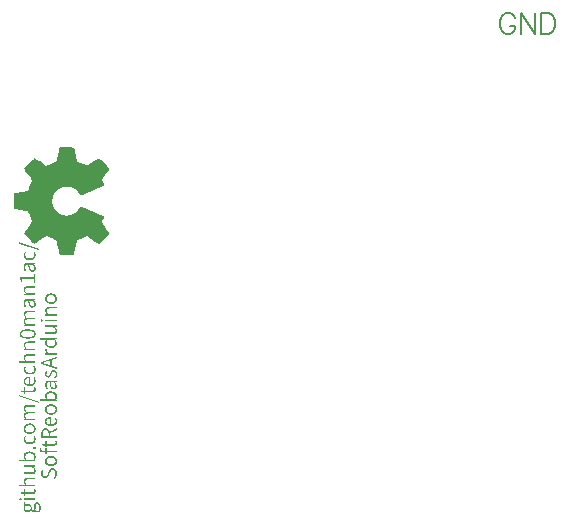
<source format=gto>
G04 Layer: TopSilkscreenLayer*
G04 EasyEDA v6.5.34, 2023-08-04 19:03:51*
G04 bd8073a519a84a03b3240daa2bee514a,ed70181f279245e6aff80281ee7dc86a,10*
G04 Gerber Generator version 0.2*
G04 Scale: 100 percent, Rotated: No, Reflected: No *
G04 Dimensions in millimeters *
G04 leading zeros omitted , absolute positions ,4 integer and 5 decimal *
%FSLAX45Y45*%
%MOMM*%

%ADD10C,0.2032*%

%LPD*%
G36*
X7572400Y3236315D02*
G01*
X7550454Y3236214D01*
X7536281Y3235807D01*
X7531557Y3235452D01*
X7528102Y3234893D01*
X7525715Y3234232D01*
X7524140Y3233318D01*
X7523175Y3232251D01*
X7522209Y3229305D01*
X7518400Y3209391D01*
X7511542Y3171494D01*
X7504633Y3134868D01*
X7502144Y3123184D01*
X7500823Y3118154D01*
X7496911Y3115716D01*
X7487462Y3111042D01*
X7473899Y3104743D01*
X7415936Y3079546D01*
X7361580Y3117138D01*
X7337704Y3132886D01*
X7328001Y3138830D01*
X7320483Y3143148D01*
X7315708Y3145485D01*
X7314488Y3145790D01*
X7312964Y3145180D01*
X7307072Y3140862D01*
X7298131Y3133039D01*
X7287056Y3122726D01*
X7274712Y3110788D01*
X7262164Y3098241D01*
X7250226Y3085947D01*
X7239914Y3074873D01*
X7232091Y3065932D01*
X7227722Y3060039D01*
X7227163Y3058515D01*
X7227620Y3057042D01*
X7231227Y3050336D01*
X7237679Y3039872D01*
X7246213Y3026816D01*
X7282281Y2973527D01*
X7294727Y2954528D01*
X7280300Y2917190D01*
X7269225Y2890570D01*
X7264755Y2880614D01*
X7260894Y2872994D01*
X7259066Y2871622D01*
X7255103Y2870200D01*
X7247483Y2868320D01*
X7215174Y2862021D01*
X7187438Y2856941D01*
X7171080Y2853690D01*
X7157059Y2850540D01*
X7146798Y2847746D01*
X7143597Y2846628D01*
X7141870Y2845765D01*
X7141057Y2844800D01*
X7139787Y2841294D01*
X7139228Y2838551D01*
X7138466Y2830626D01*
X7137958Y2818993D01*
X7137653Y2802940D01*
X7137552Y2781858D01*
X7137755Y2758287D01*
X7138314Y2738780D01*
X7139076Y2725369D01*
X7139533Y2721559D01*
X7139990Y2719984D01*
X7144969Y2718663D01*
X7156653Y2716072D01*
X7239355Y2699766D01*
X7253020Y2696819D01*
X7255764Y2695905D01*
X7258253Y2694432D01*
X7260590Y2692044D01*
X7263079Y2688386D01*
X7265873Y2683052D01*
X7273188Y2666238D01*
X7285380Y2636164D01*
X7288733Y2627274D01*
X7289901Y2623464D01*
X7290714Y2619959D01*
X7291120Y2616657D01*
X7291171Y2613507D01*
X7290816Y2610408D01*
X7290053Y2607259D01*
X7288834Y2603957D01*
X7287158Y2600452D01*
X7282332Y2592374D01*
X7275575Y2582265D01*
X7256221Y2554478D01*
X7238339Y2527655D01*
X7232700Y2518562D01*
X7225893Y2505506D01*
X7274052Y2456586D01*
X7289139Y2441600D01*
X7301331Y2429814D01*
X7309205Y2422652D01*
X7311085Y2421229D01*
X7312914Y2420823D01*
X7315606Y2421229D01*
X7319264Y2422652D01*
X7324140Y2425192D01*
X7330338Y2428849D01*
X7347559Y2440178D01*
X7389926Y2469591D01*
X7398461Y2475179D01*
X7405522Y2479192D01*
X7408672Y2480665D01*
X7411618Y2481732D01*
X7414412Y2482443D01*
X7417104Y2482850D01*
X7419848Y2482900D01*
X7422591Y2482646D01*
X7425436Y2482088D01*
X7431633Y2480106D01*
X7438999Y2477058D01*
X7481112Y2458110D01*
X7488580Y2454452D01*
X7494016Y2451354D01*
X7497775Y2448712D01*
X7500264Y2446172D01*
X7501839Y2443581D01*
X7502804Y2440736D01*
X7507071Y2419807D01*
X7517993Y2361996D01*
X7521651Y2345944D01*
X7524800Y2335174D01*
X7526121Y2332024D01*
X7527188Y2330551D01*
X7528763Y2330043D01*
X7535925Y2329180D01*
X7547457Y2328570D01*
X7562088Y2328113D01*
X7578547Y2327910D01*
X7612075Y2328164D01*
X7626654Y2328621D01*
X7638186Y2329230D01*
X7645349Y2330094D01*
X7646974Y2330602D01*
X7648092Y2332177D01*
X7649464Y2335479D01*
X7652816Y2346909D01*
X7656779Y2364181D01*
X7665212Y2407615D01*
X7671409Y2438247D01*
X7672831Y2444140D01*
X7674609Y2446274D01*
X7678369Y2448814D01*
X7683500Y2451557D01*
X7727137Y2469388D01*
X7762087Y2484221D01*
X7792720Y2463292D01*
X7830362Y2437130D01*
X7846212Y2426563D01*
X7860741Y2417572D01*
X7920532Y2477770D01*
X7930083Y2487828D01*
X7943494Y2502814D01*
X7946491Y2506776D01*
X7946898Y2507691D01*
X7946237Y2509418D01*
X7941513Y2517698D01*
X7933080Y2531160D01*
X7921904Y2548128D01*
X7884414Y2603347D01*
X7896352Y2626461D01*
X7902803Y2639415D01*
X7905699Y2646832D01*
X7905496Y2650947D01*
X7902702Y2653842D01*
X7899044Y2655925D01*
X7881416Y2664104D01*
X7853680Y2676194D01*
X7819898Y2690469D01*
X7775702Y2708757D01*
X7743748Y2721610D01*
X7719415Y2731008D01*
X7711440Y2733852D01*
X7706868Y2735224D01*
X7706055Y2735275D01*
X7703820Y2733040D01*
X7694574Y2721406D01*
X7684719Y2708198D01*
X7676692Y2698648D01*
X7668310Y2690418D01*
X7663942Y2686710D01*
X7654645Y2680004D01*
X7644384Y2674061D01*
X7638846Y2671318D01*
X7627315Y2666492D01*
X7621625Y2664561D01*
X7610246Y2661666D01*
X7604506Y2660650D01*
X7593075Y2659532D01*
X7581696Y2659583D01*
X7570470Y2660700D01*
X7559446Y2662936D01*
X7548676Y2666187D01*
X7538212Y2670454D01*
X7533131Y2672943D01*
X7523378Y2678633D01*
X7514081Y2685237D01*
X7509662Y2688844D01*
X7505344Y2692704D01*
X7501229Y2696768D01*
X7493558Y2705455D01*
X7489952Y2710129D01*
X7483449Y2720035D01*
X7480452Y2725267D01*
X7475220Y2736189D01*
X7470952Y2747873D01*
X7469225Y2753918D01*
X7467853Y2759710D01*
X7466787Y2765602D01*
X7466075Y2771495D01*
X7465517Y2783382D01*
X7465720Y2789326D01*
X7466228Y2795320D01*
X7466990Y2801213D01*
X7468057Y2807106D01*
X7469378Y2812948D01*
X7471003Y2818739D01*
X7475067Y2830068D01*
X7477506Y2835605D01*
X7483094Y2846273D01*
X7489698Y2856382D01*
X7497267Y2865780D01*
X7501381Y2870250D01*
X7505750Y2874467D01*
X7510322Y2878429D01*
X7515098Y2882188D01*
X7521092Y2886456D01*
X7527036Y2890215D01*
X7533030Y2893517D01*
X7539024Y2896362D01*
X7545120Y2898800D01*
X7551420Y2900832D01*
X7557871Y2902407D01*
X7564577Y2903626D01*
X7571536Y2904439D01*
X7578902Y2904896D01*
X7586573Y2904998D01*
X7601000Y2904337D01*
X7607096Y2903677D01*
X7618679Y2901645D01*
X7629601Y2898698D01*
X7634833Y2896819D01*
X7639913Y2894685D01*
X7644841Y2892298D01*
X7649667Y2889656D01*
X7658912Y2883560D01*
X7663383Y2880055D01*
X7667752Y2876296D01*
X7672019Y2872282D01*
X7680299Y2863291D01*
X7684312Y2858363D01*
X7697063Y2840888D01*
X7701584Y2835452D01*
X7705293Y2831795D01*
X7707680Y2830423D01*
X7710830Y2831134D01*
X7716570Y2833065D01*
X7738160Y2841752D01*
X7892034Y2906115D01*
X7897875Y2908960D01*
X7902549Y2911957D01*
X7905597Y2914802D01*
X7906715Y2917139D01*
X7905851Y2920593D01*
X7903413Y2926486D01*
X7899857Y2933903D01*
X7895539Y2942183D01*
X7884363Y2962402D01*
X7921904Y3018129D01*
X7933080Y3035300D01*
X7941513Y3048863D01*
X7946237Y3057296D01*
X7946898Y3059023D01*
X7946288Y3060496D01*
X7944612Y3062935D01*
X7938414Y3070402D01*
X7929168Y3080512D01*
X7917942Y3092246D01*
X7905546Y3104743D01*
X7892948Y3117037D01*
X7881112Y3128213D01*
X7871002Y3137357D01*
X7863484Y3143504D01*
X7860995Y3145180D01*
X7859522Y3145790D01*
X7857540Y3145180D01*
X7849514Y3140964D01*
X7837119Y3133394D01*
X7821980Y3123336D01*
X7790383Y3101492D01*
X7767675Y3086404D01*
X7765643Y3085744D01*
X7762849Y3085592D01*
X7759192Y3086100D01*
X7754366Y3087319D01*
X7748219Y3089249D01*
X7730998Y3095650D01*
X7710931Y3103727D01*
X7683347Y3115564D01*
X7676032Y3119069D01*
X7674660Y3119932D01*
X7673949Y3121507D01*
X7671562Y3130245D01*
X7668310Y3144824D01*
X7654036Y3218992D01*
X7651546Y3230829D01*
X7651038Y3231997D01*
X7650225Y3232962D01*
X7648854Y3233775D01*
X7646873Y3234486D01*
X7644028Y3235045D01*
X7635138Y3235756D01*
X7620965Y3236163D01*
G37*
G36*
X7181494Y2431237D02*
G01*
X7181494Y2420569D01*
X7353960Y2365705D01*
X7353960Y2376373D01*
G37*
G36*
X7312304Y2358593D02*
G01*
X7302652Y2352243D01*
X7306411Y2347315D01*
X7309561Y2341727D01*
X7311745Y2335530D01*
X7312558Y2328875D01*
X7311847Y2322322D01*
X7309764Y2316378D01*
X7306411Y2311146D01*
X7301941Y2306675D01*
X7296353Y2303068D01*
X7289800Y2300376D01*
X7282383Y2298750D01*
X7274204Y2298141D01*
X7265974Y2298750D01*
X7258608Y2300528D01*
X7252106Y2303272D01*
X7246569Y2307031D01*
X7242098Y2311603D01*
X7238847Y2316937D01*
X7236764Y2322880D01*
X7236104Y2329383D01*
X7236714Y2335022D01*
X7238492Y2340152D01*
X7241235Y2344877D01*
X7244740Y2349195D01*
X7235342Y2356815D01*
X7230821Y2351430D01*
X7227112Y2345080D01*
X7224572Y2337562D01*
X7223658Y2328875D01*
X7224014Y2322880D01*
X7225182Y2317038D01*
X7227011Y2311450D01*
X7229652Y2306218D01*
X7232903Y2301341D01*
X7236917Y2296871D01*
X7241540Y2292959D01*
X7246874Y2289606D01*
X7252766Y2286914D01*
X7259320Y2284882D01*
X7266482Y2283612D01*
X7274204Y2283155D01*
X7281824Y2283561D01*
X7288936Y2284730D01*
X7295438Y2286609D01*
X7301331Y2289098D01*
X7306614Y2292248D01*
X7311237Y2295956D01*
X7315200Y2300224D01*
X7318502Y2304948D01*
X7321092Y2310079D01*
X7322972Y2315616D01*
X7324090Y2321458D01*
X7324496Y2327605D01*
X7323632Y2336342D01*
X7321245Y2344470D01*
X7317384Y2351938D01*
G37*
G36*
X7262774Y2259025D02*
G01*
X7257135Y2258872D01*
X7251852Y2258263D01*
X7246874Y2257196D01*
X7242352Y2255723D01*
X7238187Y2253843D01*
X7234529Y2251405D01*
X7231329Y2248560D01*
X7228636Y2245156D01*
X7226503Y2241245D01*
X7224928Y2236825D01*
X7223963Y2231847D01*
X7223658Y2226259D01*
X7223963Y2220671D01*
X7224826Y2215184D01*
X7226198Y2210003D01*
X7227874Y2205024D01*
X7229856Y2200402D01*
X7234174Y2192324D01*
X7236358Y2188921D01*
X7246518Y2195017D01*
X7242708Y2200960D01*
X7239253Y2207920D01*
X7236764Y2215642D01*
X7235850Y2223973D01*
X7236409Y2229612D01*
X7238034Y2234234D01*
X7240524Y2237841D01*
X7243775Y2240584D01*
X7247686Y2242515D01*
X7252004Y2243785D01*
X7256678Y2244445D01*
X7299350Y2244547D01*
X7305192Y2237435D01*
X7309408Y2230628D01*
X7311948Y2223871D01*
X7312812Y2216861D01*
X7311898Y2209901D01*
X7309053Y2204262D01*
X7304024Y2200503D01*
X7296556Y2199081D01*
X7291831Y2199640D01*
X7287564Y2201418D01*
X7283754Y2204516D01*
X7280452Y2209088D01*
X7277557Y2215235D01*
X7275068Y2223109D01*
X7273036Y2232863D01*
X7271410Y2244547D01*
X7261504Y2244547D01*
X7262825Y2234692D01*
X7264349Y2225751D01*
X7266178Y2217775D01*
X7268311Y2210714D01*
X7270699Y2204516D01*
X7273442Y2199182D01*
X7276490Y2194763D01*
X7279894Y2191156D01*
X7283703Y2188362D01*
X7287920Y2186432D01*
X7292492Y2185263D01*
X7297572Y2184857D01*
X7303668Y2185416D01*
X7309053Y2187041D01*
X7313675Y2189581D01*
X7317486Y2192934D01*
X7320534Y2197049D01*
X7322718Y2201824D01*
X7324039Y2207107D01*
X7324496Y2212797D01*
X7323378Y2221738D01*
X7320432Y2230120D01*
X7316012Y2237994D01*
X7310526Y2245309D01*
X7310526Y2245817D01*
X7322210Y2247087D01*
X7322210Y2259025D01*
G37*
G36*
X7310018Y2162505D02*
G01*
X7310018Y2136089D01*
X7192162Y2136089D01*
X7192162Y2124913D01*
X7194956Y2119630D01*
X7197344Y2113584D01*
X7199375Y2106625D01*
X7201052Y2098751D01*
X7210450Y2098751D01*
X7210450Y2121611D01*
X7310018Y2121611D01*
X7310018Y2092401D01*
X7322210Y2092401D01*
X7322210Y2162505D01*
G37*
G36*
X7261250Y2061413D02*
G01*
X7252563Y2061006D01*
X7244943Y2059635D01*
X7238492Y2057400D01*
X7233208Y2054250D01*
X7229043Y2050135D01*
X7226046Y2045055D01*
X7224268Y2039010D01*
X7223658Y2031949D01*
X7223963Y2027224D01*
X7224979Y2022754D01*
X7226503Y2018487D01*
X7228535Y2014423D01*
X7231024Y2010511D01*
X7233818Y2006803D01*
X7236866Y2003196D01*
X7240168Y1999691D01*
X7240168Y1999183D01*
X7226198Y1997659D01*
X7226198Y1985975D01*
X7322210Y1985975D01*
X7322210Y2000453D01*
X7252106Y2000453D01*
X7245248Y2007514D01*
X7240320Y2014118D01*
X7237323Y2020722D01*
X7236358Y2027885D01*
X7236714Y2032507D01*
X7237882Y2036419D01*
X7239863Y2039670D01*
X7242708Y2042261D01*
X7246416Y2044242D01*
X7251039Y2045614D01*
X7256525Y2046427D01*
X7263028Y2046681D01*
X7322210Y2046681D01*
X7322210Y2061413D01*
G37*
G36*
X7262774Y1954225D02*
G01*
X7257135Y1954072D01*
X7251852Y1953463D01*
X7246874Y1952447D01*
X7242352Y1951024D01*
X7238187Y1949094D01*
X7234529Y1946757D01*
X7231329Y1943912D01*
X7228636Y1940560D01*
X7226503Y1936699D01*
X7224928Y1932279D01*
X7223963Y1927301D01*
X7223658Y1921713D01*
X7223963Y1916023D01*
X7224826Y1910537D01*
X7226198Y1905304D01*
X7227874Y1900377D01*
X7229856Y1895805D01*
X7234174Y1887778D01*
X7236358Y1884375D01*
X7246518Y1890217D01*
X7242708Y1896313D01*
X7239253Y1903323D01*
X7236764Y1911096D01*
X7235850Y1919427D01*
X7236409Y1925066D01*
X7238034Y1929638D01*
X7240524Y1933193D01*
X7243775Y1935937D01*
X7247686Y1937867D01*
X7252004Y1939137D01*
X7256678Y1939798D01*
X7261504Y1940001D01*
X7299350Y1940001D01*
X7305192Y1932889D01*
X7309408Y1926082D01*
X7311948Y1919325D01*
X7312812Y1912315D01*
X7311898Y1905355D01*
X7309053Y1899716D01*
X7304024Y1895957D01*
X7296556Y1894535D01*
X7291831Y1895093D01*
X7287564Y1896872D01*
X7283754Y1899970D01*
X7280452Y1904542D01*
X7277557Y1910689D01*
X7275068Y1918563D01*
X7273036Y1928317D01*
X7271410Y1940001D01*
X7261504Y1940001D01*
X7262825Y1930146D01*
X7264349Y1921205D01*
X7266178Y1913229D01*
X7268311Y1906168D01*
X7270699Y1899970D01*
X7273442Y1894636D01*
X7276490Y1890217D01*
X7279894Y1886610D01*
X7283703Y1883816D01*
X7287920Y1881886D01*
X7292492Y1880717D01*
X7297572Y1880311D01*
X7303668Y1880870D01*
X7309053Y1882495D01*
X7313675Y1885035D01*
X7317486Y1888388D01*
X7320534Y1892503D01*
X7322718Y1897278D01*
X7324039Y1902561D01*
X7324496Y1908251D01*
X7323378Y1917192D01*
X7320432Y1925574D01*
X7316012Y1933448D01*
X7310526Y1940763D01*
X7310526Y1941271D01*
X7322210Y1942541D01*
X7322210Y1954225D01*
G37*
G36*
X7261250Y1854403D02*
G01*
X7252563Y1853996D01*
X7244943Y1852625D01*
X7238492Y1850339D01*
X7233208Y1847138D01*
X7229043Y1843074D01*
X7226046Y1838045D01*
X7224268Y1832102D01*
X7223658Y1825193D01*
X7223963Y1820976D01*
X7224979Y1816862D01*
X7226655Y1812798D01*
X7228840Y1808835D01*
X7231583Y1804924D01*
X7234783Y1801012D01*
X7242454Y1793189D01*
X7234681Y1789684D01*
X7228738Y1784299D01*
X7224979Y1776730D01*
X7223658Y1766773D01*
X7224979Y1758594D01*
X7228586Y1750771D01*
X7233920Y1743456D01*
X7240422Y1736801D01*
X7240422Y1736293D01*
X7226198Y1735023D01*
X7226198Y1723085D01*
X7322210Y1723085D01*
X7322210Y1737563D01*
X7252106Y1737563D01*
X7245146Y1744319D01*
X7240219Y1750720D01*
X7237323Y1756867D01*
X7236358Y1762709D01*
X7236714Y1767281D01*
X7237882Y1771142D01*
X7239863Y1774393D01*
X7242708Y1776984D01*
X7246416Y1779016D01*
X7251039Y1780387D01*
X7256525Y1781251D01*
X7263028Y1781505D01*
X7322210Y1781505D01*
X7322210Y1795983D01*
X7252106Y1795983D01*
X7245146Y1802688D01*
X7240219Y1809038D01*
X7237323Y1815185D01*
X7236358Y1821129D01*
X7236714Y1825701D01*
X7237882Y1829562D01*
X7239863Y1832813D01*
X7242708Y1835404D01*
X7246416Y1837436D01*
X7251039Y1838807D01*
X7256525Y1839671D01*
X7263028Y1839925D01*
X7322210Y1839925D01*
X7322210Y1854403D01*
G37*
G36*
X7256678Y1697177D02*
G01*
X7248499Y1697024D01*
X7240879Y1696516D01*
X7233818Y1695653D01*
X7227265Y1694434D01*
X7221220Y1692910D01*
X7215784Y1691081D01*
X7210806Y1688947D01*
X7206386Y1686509D01*
X7202525Y1683816D01*
X7199122Y1680819D01*
X7196277Y1677568D01*
X7193991Y1674063D01*
X7192162Y1670304D01*
X7190892Y1666290D01*
X7190130Y1662023D01*
X7189876Y1657553D01*
X7201560Y1657553D01*
X7201916Y1661261D01*
X7202982Y1664766D01*
X7204811Y1668018D01*
X7207351Y1671015D01*
X7210704Y1673707D01*
X7214819Y1676095D01*
X7219696Y1678228D01*
X7225436Y1679956D01*
X7231989Y1681378D01*
X7239355Y1682394D01*
X7247585Y1683004D01*
X7256678Y1683207D01*
X7265873Y1683004D01*
X7274204Y1682394D01*
X7281722Y1681378D01*
X7288377Y1679956D01*
X7294219Y1678228D01*
X7299198Y1676095D01*
X7303414Y1673707D01*
X7306818Y1671015D01*
X7309459Y1668018D01*
X7311339Y1664766D01*
X7312406Y1661261D01*
X7312812Y1657553D01*
X7312406Y1653793D01*
X7311339Y1650288D01*
X7309459Y1646986D01*
X7306818Y1643989D01*
X7303414Y1641246D01*
X7299198Y1638807D01*
X7294219Y1636725D01*
X7288377Y1634947D01*
X7281722Y1633524D01*
X7274204Y1632508D01*
X7265873Y1631899D01*
X7256678Y1631645D01*
X7247585Y1631899D01*
X7239355Y1632508D01*
X7231989Y1633524D01*
X7225436Y1634947D01*
X7219696Y1636725D01*
X7214819Y1638807D01*
X7210704Y1641246D01*
X7207351Y1643989D01*
X7204811Y1646986D01*
X7202982Y1650288D01*
X7201916Y1653793D01*
X7201560Y1657553D01*
X7189876Y1657553D01*
X7190130Y1653133D01*
X7190892Y1648866D01*
X7192162Y1644853D01*
X7193940Y1641043D01*
X7196226Y1637538D01*
X7199071Y1634236D01*
X7202424Y1631238D01*
X7206284Y1628495D01*
X7210704Y1626057D01*
X7215631Y1623872D01*
X7221118Y1622044D01*
X7227163Y1620520D01*
X7233716Y1619300D01*
X7240828Y1618386D01*
X7248448Y1617878D01*
X7256678Y1617675D01*
X7264908Y1617878D01*
X7272629Y1618386D01*
X7279792Y1619300D01*
X7286447Y1620520D01*
X7292543Y1622044D01*
X7298080Y1623872D01*
X7303109Y1626057D01*
X7307630Y1628495D01*
X7311593Y1631238D01*
X7314996Y1634236D01*
X7317892Y1637538D01*
X7320280Y1641043D01*
X7322108Y1644853D01*
X7323429Y1648866D01*
X7324191Y1653133D01*
X7324496Y1657553D01*
X7324191Y1662023D01*
X7323429Y1666290D01*
X7322108Y1670304D01*
X7320280Y1674063D01*
X7317892Y1677568D01*
X7314996Y1680819D01*
X7311593Y1683816D01*
X7307630Y1686509D01*
X7303109Y1688947D01*
X7298080Y1691081D01*
X7292543Y1692910D01*
X7286447Y1694434D01*
X7279792Y1695653D01*
X7272629Y1696516D01*
X7264908Y1697024D01*
G37*
G36*
X7261250Y1593291D02*
G01*
X7252563Y1592884D01*
X7244943Y1591564D01*
X7238492Y1589379D01*
X7233208Y1586230D01*
X7229043Y1582166D01*
X7226046Y1577136D01*
X7224268Y1571142D01*
X7223658Y1564081D01*
X7223963Y1559306D01*
X7224979Y1554784D01*
X7226503Y1550517D01*
X7228535Y1546453D01*
X7231024Y1542592D01*
X7233818Y1538884D01*
X7240168Y1531823D01*
X7240168Y1531061D01*
X7226198Y1529791D01*
X7226198Y1518107D01*
X7322210Y1518107D01*
X7322210Y1532331D01*
X7252106Y1532331D01*
X7245248Y1539494D01*
X7240320Y1546047D01*
X7237323Y1552651D01*
X7236358Y1559763D01*
X7236714Y1564487D01*
X7237882Y1568450D01*
X7239863Y1571752D01*
X7242708Y1574342D01*
X7246416Y1576374D01*
X7251039Y1577746D01*
X7256525Y1578559D01*
X7263028Y1578813D01*
X7322210Y1578813D01*
X7322210Y1593291D01*
G37*
G36*
X7261250Y1486357D02*
G01*
X7252563Y1485950D01*
X7244943Y1484630D01*
X7238492Y1482445D01*
X7233208Y1479296D01*
X7229043Y1475232D01*
X7226046Y1470202D01*
X7224268Y1464208D01*
X7223658Y1457147D01*
X7223963Y1452372D01*
X7224979Y1447850D01*
X7226503Y1443583D01*
X7228535Y1439519D01*
X7231024Y1435658D01*
X7233818Y1431950D01*
X7240168Y1424889D01*
X7220102Y1425397D01*
X7180732Y1425397D01*
X7180732Y1410919D01*
X7322210Y1410919D01*
X7322210Y1425397D01*
X7252106Y1425397D01*
X7245248Y1432458D01*
X7240320Y1439062D01*
X7237323Y1445666D01*
X7236358Y1452829D01*
X7236714Y1457452D01*
X7237882Y1461414D01*
X7239863Y1464665D01*
X7242708Y1467307D01*
X7246416Y1469339D01*
X7251039Y1470761D01*
X7256525Y1471625D01*
X7263028Y1471879D01*
X7322210Y1471879D01*
X7322210Y1486357D01*
G37*
G36*
X7312304Y1389075D02*
G01*
X7302652Y1382725D01*
X7306411Y1377797D01*
X7309561Y1372209D01*
X7311745Y1366012D01*
X7312558Y1359357D01*
X7311847Y1352702D01*
X7309764Y1346708D01*
X7306411Y1341424D01*
X7301941Y1336954D01*
X7296353Y1333296D01*
X7289800Y1330604D01*
X7282383Y1328978D01*
X7274204Y1328369D01*
X7265974Y1329029D01*
X7258608Y1330756D01*
X7252106Y1333601D01*
X7246569Y1337360D01*
X7242098Y1341983D01*
X7238847Y1347368D01*
X7236764Y1353362D01*
X7236104Y1359865D01*
X7236714Y1365504D01*
X7238492Y1370634D01*
X7241235Y1375359D01*
X7244740Y1379677D01*
X7235342Y1387297D01*
X7230821Y1381912D01*
X7227112Y1375562D01*
X7224572Y1368044D01*
X7223658Y1359357D01*
X7224014Y1353362D01*
X7225182Y1347520D01*
X7227011Y1341932D01*
X7229652Y1336700D01*
X7232903Y1331823D01*
X7236917Y1327353D01*
X7241540Y1323441D01*
X7246874Y1320088D01*
X7252766Y1317396D01*
X7259320Y1315364D01*
X7266482Y1314094D01*
X7274204Y1313637D01*
X7281824Y1314043D01*
X7288936Y1315212D01*
X7295438Y1317091D01*
X7301331Y1319580D01*
X7306614Y1322730D01*
X7311237Y1326438D01*
X7315200Y1330706D01*
X7318502Y1335430D01*
X7321092Y1340561D01*
X7322972Y1346098D01*
X7324090Y1351940D01*
X7324496Y1358087D01*
X7323632Y1366824D01*
X7321245Y1374952D01*
X7317384Y1382420D01*
G37*
G36*
X7268616Y1296619D02*
G01*
X7261910Y1296365D01*
X7255662Y1295501D01*
X7249871Y1294130D01*
X7244638Y1292199D01*
X7239914Y1289761D01*
X7235748Y1286764D01*
X7232142Y1283309D01*
X7229144Y1279347D01*
X7226757Y1274876D01*
X7225030Y1270000D01*
X7224014Y1264615D01*
X7223673Y1259027D01*
X7235342Y1259027D01*
X7235850Y1264564D01*
X7237374Y1269492D01*
X7239863Y1273759D01*
X7243368Y1277315D01*
X7247788Y1280160D01*
X7253224Y1282242D01*
X7259574Y1283512D01*
X7266838Y1283919D01*
X7266838Y1230071D01*
X7259777Y1231341D01*
X7253528Y1233474D01*
X7248144Y1236421D01*
X7243622Y1239977D01*
X7240066Y1244193D01*
X7237475Y1248816D01*
X7235850Y1253794D01*
X7235342Y1259027D01*
X7223673Y1259027D01*
X7224064Y1253286D01*
X7225233Y1247952D01*
X7227163Y1242771D01*
X7229856Y1237843D01*
X7233259Y1233271D01*
X7237272Y1229055D01*
X7241997Y1225296D01*
X7247331Y1222095D01*
X7253224Y1219454D01*
X7259675Y1217523D01*
X7266686Y1216304D01*
X7274204Y1215847D01*
X7281824Y1216304D01*
X7288936Y1217472D01*
X7295438Y1219454D01*
X7301331Y1222095D01*
X7306614Y1225346D01*
X7311237Y1229207D01*
X7315200Y1233576D01*
X7318502Y1238453D01*
X7321092Y1243736D01*
X7322972Y1249375D01*
X7324090Y1255369D01*
X7324496Y1261567D01*
X7323734Y1270914D01*
X7321651Y1279093D01*
X7318603Y1286357D01*
X7314844Y1292809D01*
X7305192Y1287475D01*
X7308443Y1282039D01*
X7310932Y1276299D01*
X7312507Y1270101D01*
X7313066Y1263345D01*
X7312406Y1256436D01*
X7310475Y1250188D01*
X7307427Y1244701D01*
X7303262Y1239977D01*
X7298131Y1236167D01*
X7292035Y1233220D01*
X7285126Y1231290D01*
X7277506Y1230325D01*
X7277506Y1295857D01*
X7273442Y1296466D01*
G37*
G36*
X7320940Y1206703D02*
G01*
X7310018Y1203909D01*
X7311745Y1198422D01*
X7312304Y1195527D01*
X7312558Y1192733D01*
X7311237Y1185468D01*
X7307529Y1180744D01*
X7301585Y1178255D01*
X7293762Y1177493D01*
X7238136Y1177493D01*
X7238136Y1203909D01*
X7226198Y1203909D01*
X7226198Y1177493D01*
X7199020Y1177493D01*
X7199020Y1165555D01*
X7226198Y1163777D01*
X7227214Y1148537D01*
X7238136Y1148537D01*
X7238136Y1163015D01*
X7293254Y1163015D01*
X7299909Y1163370D01*
X7305954Y1164386D01*
X7311288Y1166164D01*
X7315809Y1168857D01*
X7319467Y1172464D01*
X7322210Y1177086D01*
X7323886Y1182776D01*
X7324496Y1189685D01*
X7324191Y1193850D01*
X7323378Y1198219D01*
G37*
G36*
X7181494Y1139393D02*
G01*
X7181494Y1128725D01*
X7353960Y1073607D01*
X7353960Y1084275D01*
G37*
G36*
X7261250Y1056335D02*
G01*
X7252563Y1055928D01*
X7244943Y1054608D01*
X7238492Y1052372D01*
X7233208Y1049223D01*
X7229043Y1045159D01*
X7226046Y1040180D01*
X7224268Y1034237D01*
X7223658Y1027379D01*
X7223963Y1023112D01*
X7224979Y1018895D01*
X7226655Y1014831D01*
X7228840Y1010818D01*
X7231583Y1006906D01*
X7234783Y1003046D01*
X7242454Y995375D01*
X7234681Y991717D01*
X7228738Y986231D01*
X7224979Y978662D01*
X7223658Y968705D01*
X7224979Y960526D01*
X7228586Y952804D01*
X7233920Y945642D01*
X7240422Y938987D01*
X7240422Y938479D01*
X7226198Y936955D01*
X7226198Y925271D01*
X7322210Y925271D01*
X7322210Y939749D01*
X7252106Y939749D01*
X7245146Y946353D01*
X7240219Y952804D01*
X7237323Y958900D01*
X7236358Y964641D01*
X7236714Y969213D01*
X7237882Y973074D01*
X7239863Y976325D01*
X7242708Y978916D01*
X7246416Y980948D01*
X7251039Y982319D01*
X7256525Y983183D01*
X7263028Y983437D01*
X7322210Y983437D01*
X7322210Y997915D01*
X7252106Y997915D01*
X7245146Y1004773D01*
X7240219Y1011224D01*
X7237323Y1017371D01*
X7236358Y1023315D01*
X7236714Y1027785D01*
X7237882Y1031595D01*
X7239863Y1034796D01*
X7242708Y1037386D01*
X7246416Y1039368D01*
X7251039Y1040790D01*
X7256525Y1041603D01*
X7263028Y1041857D01*
X7322210Y1041857D01*
X7322210Y1056335D01*
G37*
G36*
X7274204Y899109D02*
G01*
X7266482Y898702D01*
X7259320Y897483D01*
X7252766Y895502D01*
X7246874Y892860D01*
X7241540Y889609D01*
X7236917Y885799D01*
X7232903Y881481D01*
X7229652Y876757D01*
X7227011Y871677D01*
X7225182Y866343D01*
X7224014Y860704D01*
X7223658Y854913D01*
X7236104Y854913D01*
X7236764Y861161D01*
X7238847Y866800D01*
X7242098Y871778D01*
X7246569Y875995D01*
X7252106Y879449D01*
X7258608Y881989D01*
X7265974Y883615D01*
X7274204Y884123D01*
X7282383Y883615D01*
X7289800Y881989D01*
X7296353Y879449D01*
X7301941Y875995D01*
X7306411Y871778D01*
X7309764Y866800D01*
X7311847Y861161D01*
X7312558Y854913D01*
X7311847Y848715D01*
X7309764Y843076D01*
X7306411Y838098D01*
X7301941Y833831D01*
X7296353Y830427D01*
X7289800Y827836D01*
X7282383Y826262D01*
X7274204Y825703D01*
X7265974Y826262D01*
X7258608Y827836D01*
X7252106Y830427D01*
X7246569Y833831D01*
X7242098Y838098D01*
X7238847Y843076D01*
X7236764Y848715D01*
X7236104Y854913D01*
X7223658Y854913D01*
X7224014Y849121D01*
X7225182Y843483D01*
X7227011Y838047D01*
X7229652Y832967D01*
X7232903Y828243D01*
X7236917Y823976D01*
X7241540Y820166D01*
X7246874Y816965D01*
X7252766Y814324D01*
X7259320Y812393D01*
X7266482Y811174D01*
X7274204Y810717D01*
X7281824Y811174D01*
X7288936Y812393D01*
X7295438Y814324D01*
X7301331Y816965D01*
X7306614Y820166D01*
X7311237Y823976D01*
X7315200Y828243D01*
X7318502Y832967D01*
X7321092Y838047D01*
X7322972Y843483D01*
X7324090Y849121D01*
X7324496Y854913D01*
X7324090Y860704D01*
X7322972Y866343D01*
X7321092Y871677D01*
X7318502Y876757D01*
X7315200Y881481D01*
X7311237Y885799D01*
X7306614Y889609D01*
X7301331Y892860D01*
X7295438Y895502D01*
X7288936Y897483D01*
X7281824Y898702D01*
G37*
G36*
X7312304Y800303D02*
G01*
X7302652Y793953D01*
X7306411Y789025D01*
X7309561Y783488D01*
X7311745Y777341D01*
X7312558Y770839D01*
X7311847Y764184D01*
X7309764Y758190D01*
X7306411Y752906D01*
X7301941Y748436D01*
X7296353Y744778D01*
X7289800Y742086D01*
X7282383Y740460D01*
X7274204Y739851D01*
X7265974Y740460D01*
X7258608Y742238D01*
X7252106Y744982D01*
X7246569Y748741D01*
X7242098Y753313D01*
X7238847Y758647D01*
X7236764Y764590D01*
X7236104Y771093D01*
X7236714Y776732D01*
X7238492Y781862D01*
X7241235Y786587D01*
X7244740Y790905D01*
X7235342Y798525D01*
X7230821Y793191D01*
X7227112Y786841D01*
X7224572Y779424D01*
X7223658Y770585D01*
X7224014Y764590D01*
X7225182Y758748D01*
X7227011Y753160D01*
X7229652Y747928D01*
X7232903Y743051D01*
X7236917Y738581D01*
X7241540Y734669D01*
X7246874Y731316D01*
X7252766Y728624D01*
X7259320Y726592D01*
X7266482Y725322D01*
X7274204Y724865D01*
X7281824Y725271D01*
X7288936Y726440D01*
X7295438Y728319D01*
X7301331Y730808D01*
X7306614Y734009D01*
X7311237Y737717D01*
X7315200Y741984D01*
X7318502Y746709D01*
X7321092Y751890D01*
X7322972Y757478D01*
X7324090Y763371D01*
X7324496Y769569D01*
X7323632Y778154D01*
X7321245Y786180D01*
X7317384Y793648D01*
G37*
G36*
X7313066Y704545D02*
G01*
X7308240Y703732D01*
X7304531Y701395D01*
X7302195Y697941D01*
X7301382Y693623D01*
X7302195Y689457D01*
X7304531Y686003D01*
X7308240Y683615D01*
X7313066Y682701D01*
X7317740Y683615D01*
X7321346Y686003D01*
X7323632Y689457D01*
X7324496Y693623D01*
X7323632Y697941D01*
X7321346Y701395D01*
X7317740Y703732D01*
G37*
G36*
X7272680Y662381D02*
G01*
X7265517Y662127D01*
X7258812Y661314D01*
X7252563Y659942D01*
X7246874Y658063D01*
X7241692Y655624D01*
X7237120Y652678D01*
X7233107Y649173D01*
X7229805Y645160D01*
X7227163Y640638D01*
X7225233Y635609D01*
X7224064Y630072D01*
X7223658Y624027D01*
X7224091Y620725D01*
X7236104Y620725D01*
X7236764Y627380D01*
X7238746Y632968D01*
X7241946Y637540D01*
X7246264Y641248D01*
X7251598Y643991D01*
X7257846Y645922D01*
X7264908Y647039D01*
X7272680Y647395D01*
X7281367Y646836D01*
X7289139Y645210D01*
X7295896Y642620D01*
X7301636Y639114D01*
X7306157Y634898D01*
X7309510Y629970D01*
X7311593Y624433D01*
X7312304Y618439D01*
X7311745Y613054D01*
X7309916Y607009D01*
X7306716Y600506D01*
X7301890Y593801D01*
X7249820Y593801D01*
X7243775Y600913D01*
X7239508Y607771D01*
X7236917Y614375D01*
X7236104Y620725D01*
X7224091Y620725D01*
X7224725Y615899D01*
X7227773Y607872D01*
X7232192Y600202D01*
X7237628Y593039D01*
X7220102Y593801D01*
X7180732Y593801D01*
X7180732Y579323D01*
X7322210Y579323D01*
X7322210Y590753D01*
X7312304Y592277D01*
X7312304Y592785D01*
X7317384Y599440D01*
X7321245Y606450D01*
X7323632Y613613D01*
X7324496Y620471D01*
X7324090Y626008D01*
X7322921Y631342D01*
X7320991Y636473D01*
X7318298Y641299D01*
X7314946Y645769D01*
X7310831Y649833D01*
X7306106Y653440D01*
X7300671Y656488D01*
X7294575Y658977D01*
X7287869Y660857D01*
X7280554Y662025D01*
G37*
G36*
X7226198Y545795D02*
G01*
X7226198Y531317D01*
X7295032Y531317D01*
X7302550Y524611D01*
X7307783Y518159D01*
X7310780Y511606D01*
X7311796Y504393D01*
X7311390Y499719D01*
X7310221Y495757D01*
X7308240Y492455D01*
X7305446Y489864D01*
X7301738Y487832D01*
X7297216Y486460D01*
X7291730Y485648D01*
X7285380Y485343D01*
X7226198Y485343D01*
X7226198Y470865D01*
X7287158Y470865D01*
X7295794Y471322D01*
X7303363Y472643D01*
X7309764Y474827D01*
X7315047Y477977D01*
X7319162Y482041D01*
X7322108Y487070D01*
X7323886Y493064D01*
X7324496Y500075D01*
X7324140Y504951D01*
X7323226Y509473D01*
X7321651Y513740D01*
X7319619Y517702D01*
X7317079Y521512D01*
X7314082Y525119D01*
X7310678Y528675D01*
X7306970Y532079D01*
X7306970Y532587D01*
X7322210Y533857D01*
X7322210Y545795D01*
G37*
G36*
X7261250Y440639D02*
G01*
X7252563Y440232D01*
X7244943Y438912D01*
X7238492Y436727D01*
X7233208Y433578D01*
X7229043Y429514D01*
X7226046Y424484D01*
X7224268Y418490D01*
X7223658Y411429D01*
X7223963Y406654D01*
X7224979Y402183D01*
X7226503Y397916D01*
X7228535Y393903D01*
X7231024Y390042D01*
X7233818Y386334D01*
X7240168Y379171D01*
X7220102Y379679D01*
X7180732Y379679D01*
X7180732Y365455D01*
X7322210Y365455D01*
X7322210Y379679D01*
X7252106Y379679D01*
X7245248Y386740D01*
X7240320Y393344D01*
X7237323Y399948D01*
X7236358Y407111D01*
X7236714Y411835D01*
X7237882Y415798D01*
X7239863Y419100D01*
X7242708Y421690D01*
X7246416Y423722D01*
X7251039Y425094D01*
X7256525Y425907D01*
X7263028Y426161D01*
X7322210Y426161D01*
X7322210Y440639D01*
G37*
G36*
X7320940Y345897D02*
G01*
X7310018Y343103D01*
X7311745Y337616D01*
X7312304Y334721D01*
X7312558Y331927D01*
X7311237Y324662D01*
X7307529Y319938D01*
X7301585Y317449D01*
X7293762Y316687D01*
X7238136Y316687D01*
X7238136Y343357D01*
X7226198Y343357D01*
X7226198Y316687D01*
X7199020Y316687D01*
X7199020Y304749D01*
X7226198Y302971D01*
X7227214Y287731D01*
X7238136Y287731D01*
X7238136Y302463D01*
X7293254Y302463D01*
X7299909Y302818D01*
X7305954Y303784D01*
X7311288Y305562D01*
X7315809Y308152D01*
X7319467Y311708D01*
X7322210Y316331D01*
X7323886Y322021D01*
X7324496Y328879D01*
X7324191Y333044D01*
X7323378Y337413D01*
G37*
G36*
X7195464Y269189D02*
G01*
X7191451Y268427D01*
X7188301Y266344D01*
X7186269Y263194D01*
X7185558Y259283D01*
X7186269Y255168D01*
X7188301Y251917D01*
X7191451Y249885D01*
X7195464Y249123D01*
X7199579Y249885D01*
X7202830Y251917D01*
X7204862Y255168D01*
X7205624Y259283D01*
X7204862Y263194D01*
X7202830Y266344D01*
X7199579Y268427D01*
G37*
G36*
X7226198Y266395D02*
G01*
X7226198Y251917D01*
X7322210Y251917D01*
X7322210Y266395D01*
G37*
G36*
X7333894Y232613D02*
G01*
X7328357Y232105D01*
X7323683Y230581D01*
X7319822Y227990D01*
X7316673Y224434D01*
X7314285Y219760D01*
X7312609Y214121D01*
X7311593Y207365D01*
X7311288Y199593D01*
X7311288Y180543D01*
X7310424Y172313D01*
X7308800Y168605D01*
X7321956Y168605D01*
X7323074Y175209D01*
X7323480Y180797D01*
X7323480Y198323D01*
X7324140Y207060D01*
X7326274Y213309D01*
X7330186Y217119D01*
X7336180Y218389D01*
X7339939Y217830D01*
X7343648Y216154D01*
X7347153Y213461D01*
X7350252Y209804D01*
X7352893Y205232D01*
X7354925Y199898D01*
X7356246Y193751D01*
X7356754Y186893D01*
X7356398Y180492D01*
X7355484Y174802D01*
X7354011Y169824D01*
X7351979Y165658D01*
X7349439Y162356D01*
X7346442Y159969D01*
X7343038Y158445D01*
X7339228Y157937D01*
X7334656Y158597D01*
X7330186Y160528D01*
X7325918Y163830D01*
X7321956Y168605D01*
X7308800Y168605D01*
X7308088Y166979D01*
X7304633Y164134D01*
X7300366Y163271D01*
X7296505Y163830D01*
X7293305Y165252D01*
X7290562Y167386D01*
X7288174Y169875D01*
X7289698Y173329D01*
X7290765Y177088D01*
X7291476Y180898D01*
X7291730Y184607D01*
X7291120Y191668D01*
X7289342Y198170D01*
X7286548Y204063D01*
X7282637Y209143D01*
X7277811Y213309D01*
X7272121Y216509D01*
X7265517Y218490D01*
X7258202Y219151D01*
X7251903Y218541D01*
X7246264Y216814D01*
X7241336Y214121D01*
X7237374Y210769D01*
X7237374Y231089D01*
X7226198Y231089D01*
X7226198Y197815D01*
X7225233Y195122D01*
X7224420Y191973D01*
X7223861Y188468D01*
X7223658Y184607D01*
X7234580Y184607D01*
X7234986Y188925D01*
X7236155Y192887D01*
X7238136Y196494D01*
X7240828Y199694D01*
X7244181Y202285D01*
X7248144Y204266D01*
X7252766Y205536D01*
X7257948Y205943D01*
X7263130Y205536D01*
X7267752Y204216D01*
X7271867Y202234D01*
X7275271Y199593D01*
X7278065Y196392D01*
X7280097Y192786D01*
X7281367Y188823D01*
X7281824Y184607D01*
X7281367Y180340D01*
X7280097Y176326D01*
X7278065Y172669D01*
X7275271Y169468D01*
X7271867Y166776D01*
X7267752Y164795D01*
X7263130Y163474D01*
X7257948Y163017D01*
X7252716Y163474D01*
X7248042Y164744D01*
X7244080Y166725D01*
X7240727Y169367D01*
X7238085Y172567D01*
X7236155Y176225D01*
X7234936Y180289D01*
X7234580Y184607D01*
X7223658Y184607D01*
X7224268Y177495D01*
X7226046Y170840D01*
X7228992Y164795D01*
X7232954Y159512D01*
X7237933Y155143D01*
X7243775Y151892D01*
X7250480Y149809D01*
X7257948Y149047D01*
X7266076Y150114D01*
X7273239Y152908D01*
X7279233Y156870D01*
X7283856Y161493D01*
X7284618Y161493D01*
X7287717Y157835D01*
X7291781Y154381D01*
X7296658Y151841D01*
X7302398Y150825D01*
X7307630Y151485D01*
X7311948Y153263D01*
X7315453Y156006D01*
X7318146Y159461D01*
X7318908Y159461D01*
X7323632Y153517D01*
X7328966Y149047D01*
X7334808Y146253D01*
X7341006Y145237D01*
X7346848Y145999D01*
X7351979Y148132D01*
X7356449Y151587D01*
X7360107Y156210D01*
X7363053Y161950D01*
X7365187Y168706D01*
X7366457Y176377D01*
X7366914Y184861D01*
X7366558Y191973D01*
X7365644Y198577D01*
X7364222Y204673D01*
X7362240Y210261D01*
X7359802Y215290D01*
X7356957Y219710D01*
X7353757Y223570D01*
X7350201Y226771D01*
X7346442Y229260D01*
X7342428Y231140D01*
X7338212Y232257D01*
G37*
G36*
X7454747Y2000656D02*
G01*
X7447025Y2000250D01*
X7439863Y1999030D01*
X7433360Y1997049D01*
X7427417Y1994407D01*
X7422134Y1991156D01*
X7417460Y1987346D01*
X7413498Y1983028D01*
X7410196Y1978304D01*
X7407605Y1973224D01*
X7405725Y1967839D01*
X7404557Y1962251D01*
X7404201Y1956460D01*
X7416647Y1956460D01*
X7417358Y1962657D01*
X7419441Y1968296D01*
X7422743Y1973275D01*
X7427214Y1977542D01*
X7432751Y1980996D01*
X7439253Y1983536D01*
X7446619Y1985111D01*
X7454747Y1985670D01*
X7463028Y1985111D01*
X7470495Y1983536D01*
X7477048Y1980996D01*
X7482586Y1977542D01*
X7487056Y1973275D01*
X7490358Y1968296D01*
X7492390Y1962657D01*
X7493101Y1956460D01*
X7492390Y1950262D01*
X7490358Y1944624D01*
X7487056Y1939645D01*
X7482586Y1935378D01*
X7477048Y1931924D01*
X7470495Y1929384D01*
X7463028Y1927809D01*
X7454747Y1927250D01*
X7446619Y1927809D01*
X7439253Y1929384D01*
X7432751Y1931924D01*
X7427214Y1935378D01*
X7422743Y1939645D01*
X7419441Y1944624D01*
X7417358Y1950262D01*
X7416647Y1956460D01*
X7404201Y1956460D01*
X7404557Y1950669D01*
X7405725Y1945081D01*
X7407605Y1939696D01*
X7410196Y1934616D01*
X7413498Y1929892D01*
X7417460Y1925624D01*
X7422134Y1921814D01*
X7427417Y1918512D01*
X7433360Y1915871D01*
X7439863Y1913940D01*
X7447025Y1912670D01*
X7454747Y1912264D01*
X7462469Y1912670D01*
X7469581Y1913940D01*
X7476083Y1915871D01*
X7482027Y1918512D01*
X7487259Y1921814D01*
X7491882Y1925624D01*
X7495844Y1929892D01*
X7499096Y1934616D01*
X7501686Y1939696D01*
X7503515Y1945081D01*
X7504633Y1950669D01*
X7505039Y1956460D01*
X7504633Y1962251D01*
X7503515Y1967839D01*
X7501686Y1973224D01*
X7499096Y1978304D01*
X7495844Y1983028D01*
X7491882Y1987346D01*
X7487259Y1991156D01*
X7482027Y1994407D01*
X7476083Y1997049D01*
X7469581Y1999030D01*
X7462469Y2000250D01*
G37*
G36*
X7441793Y1887626D02*
G01*
X7433157Y1887220D01*
X7425639Y1885899D01*
X7419187Y1883664D01*
X7413853Y1880565D01*
X7409637Y1876501D01*
X7406640Y1871472D01*
X7404811Y1865426D01*
X7404201Y1858416D01*
X7404557Y1853641D01*
X7405522Y1849069D01*
X7407097Y1844802D01*
X7409129Y1840738D01*
X7411618Y1836826D01*
X7414463Y1833118D01*
X7420965Y1825904D01*
X7420965Y1825396D01*
X7406741Y1823872D01*
X7406741Y1812188D01*
X7502753Y1812188D01*
X7502753Y1826666D01*
X7432649Y1826666D01*
X7425791Y1833727D01*
X7420864Y1840280D01*
X7417917Y1846935D01*
X7416901Y1854098D01*
X7417257Y1858721D01*
X7418476Y1862632D01*
X7420457Y1865934D01*
X7423302Y1868576D01*
X7426959Y1870608D01*
X7431582Y1872030D01*
X7437120Y1872894D01*
X7443571Y1873148D01*
X7502753Y1873148D01*
X7502753Y1887626D01*
G37*
G36*
X7376007Y1781708D02*
G01*
X7372045Y1780946D01*
X7368997Y1778863D01*
X7367016Y1775714D01*
X7366355Y1771802D01*
X7367016Y1767636D01*
X7368997Y1764436D01*
X7372045Y1762404D01*
X7376007Y1761642D01*
X7380274Y1762404D01*
X7383475Y1764436D01*
X7385456Y1767636D01*
X7386167Y1771802D01*
X7385456Y1775714D01*
X7383475Y1778863D01*
X7380274Y1780946D01*
G37*
G36*
X7406741Y1778914D02*
G01*
X7406741Y1764436D01*
X7502753Y1764436D01*
X7502753Y1778914D01*
G37*
G36*
X7406741Y1730908D02*
G01*
X7406741Y1716430D01*
X7475575Y1716430D01*
X7483144Y1709572D01*
X7488478Y1703070D01*
X7491577Y1696567D01*
X7492593Y1689506D01*
X7492187Y1684782D01*
X7490968Y1680768D01*
X7488986Y1677466D01*
X7486091Y1674825D01*
X7482382Y1672894D01*
X7477810Y1671523D01*
X7472324Y1670710D01*
X7465923Y1670456D01*
X7406741Y1670456D01*
X7406741Y1655978D01*
X7467701Y1655978D01*
X7476388Y1656435D01*
X7483906Y1657705D01*
X7490358Y1659940D01*
X7495590Y1663090D01*
X7499705Y1667154D01*
X7502652Y1672183D01*
X7504430Y1678178D01*
X7505039Y1685188D01*
X7504684Y1689963D01*
X7503769Y1694484D01*
X7502245Y1698701D01*
X7500162Y1702714D01*
X7497622Y1706524D01*
X7494625Y1710182D01*
X7491272Y1713738D01*
X7487513Y1717192D01*
X7487513Y1717700D01*
X7502753Y1718970D01*
X7502753Y1730908D01*
G37*
G36*
X7361275Y1623720D02*
G01*
X7361275Y1609496D01*
X7398867Y1609496D01*
X7415631Y1610004D01*
X7410856Y1603705D01*
X7407249Y1597355D01*
X7404963Y1590497D01*
X7404421Y1584858D01*
X7416647Y1584858D01*
X7417257Y1591005D01*
X7419136Y1596999D01*
X7422438Y1603095D01*
X7427315Y1609496D01*
X7479131Y1609496D01*
X7485125Y1603095D01*
X7489393Y1596694D01*
X7491984Y1590192D01*
X7492847Y1583334D01*
X7492187Y1577136D01*
X7490206Y1571650D01*
X7487005Y1566976D01*
X7482636Y1563065D01*
X7477201Y1559966D01*
X7470648Y1557731D01*
X7463180Y1556359D01*
X7454747Y1555902D01*
X7446670Y1556512D01*
X7439355Y1558137D01*
X7432852Y1560779D01*
X7427315Y1564284D01*
X7422794Y1568551D01*
X7419441Y1573479D01*
X7417358Y1578965D01*
X7416647Y1584858D01*
X7404421Y1584858D01*
X7404201Y1582572D01*
X7404608Y1577136D01*
X7405776Y1571802D01*
X7407757Y1566722D01*
X7410399Y1561896D01*
X7413802Y1557426D01*
X7417866Y1553362D01*
X7422540Y1549704D01*
X7427874Y1546606D01*
X7433767Y1544116D01*
X7440218Y1542237D01*
X7447229Y1541068D01*
X7454747Y1540662D01*
X7462520Y1540967D01*
X7469682Y1541932D01*
X7476185Y1543456D01*
X7482128Y1545590D01*
X7487361Y1548231D01*
X7491984Y1551432D01*
X7495895Y1555140D01*
X7499146Y1559306D01*
X7501737Y1563928D01*
X7503566Y1568958D01*
X7504684Y1574444D01*
X7505039Y1580286D01*
X7503972Y1588922D01*
X7501026Y1596796D01*
X7496657Y1603857D01*
X7491323Y1610004D01*
X7491323Y1610512D01*
X7502753Y1611782D01*
X7502753Y1623720D01*
G37*
G36*
X7406487Y1533550D02*
G01*
X7405471Y1531315D01*
X7404760Y1528978D01*
X7404353Y1526387D01*
X7404201Y1523390D01*
X7405674Y1515567D01*
X7409789Y1508302D01*
X7416190Y1501749D01*
X7424521Y1496212D01*
X7424521Y1495704D01*
X7406741Y1494434D01*
X7406741Y1482496D01*
X7502753Y1482496D01*
X7502753Y1496974D01*
X7440269Y1496974D01*
X7429601Y1502460D01*
X7422540Y1508709D01*
X7418628Y1515262D01*
X7417409Y1521612D01*
X7417816Y1526489D01*
X7419187Y1530756D01*
G37*
G36*
X7502753Y1464970D02*
G01*
X7372705Y1420266D01*
X7372705Y1411630D01*
X7384897Y1411630D01*
X7384897Y1412392D01*
X7407198Y1418945D01*
X7450175Y1432712D01*
X7450175Y1391564D01*
X7412736Y1403604D01*
X7384897Y1411630D01*
X7372705Y1411630D01*
X7372705Y1404264D01*
X7502753Y1359814D01*
X7502753Y1374546D01*
X7461859Y1387754D01*
X7461859Y1436268D01*
X7502753Y1449476D01*
G37*
G36*
X7477099Y1352194D02*
G01*
X7470800Y1351483D01*
X7465568Y1349552D01*
X7461199Y1346555D01*
X7457592Y1342694D01*
X7454595Y1338122D01*
X7452004Y1333144D01*
X7447635Y1322476D01*
X7444689Y1314602D01*
X7441184Y1307998D01*
X7436612Y1303375D01*
X7430363Y1301648D01*
X7424877Y1302766D01*
X7420254Y1306169D01*
X7417053Y1311960D01*
X7415885Y1320190D01*
X7416546Y1326489D01*
X7418374Y1332128D01*
X7421118Y1337310D01*
X7424521Y1342288D01*
X7414869Y1349400D01*
X7410754Y1343355D01*
X7407351Y1336446D01*
X7405065Y1328674D01*
X7404201Y1320190D01*
X7404760Y1312824D01*
X7406284Y1306322D01*
X7408773Y1300734D01*
X7412024Y1296111D01*
X7416038Y1292504D01*
X7420609Y1289812D01*
X7425639Y1288237D01*
X7431125Y1287678D01*
X7436866Y1288338D01*
X7441742Y1290218D01*
X7445857Y1293063D01*
X7449362Y1296771D01*
X7452258Y1301089D01*
X7454747Y1305915D01*
X7456931Y1310995D01*
X7462012Y1324102D01*
X7465974Y1331315D01*
X7471054Y1336497D01*
X7477861Y1338478D01*
X7484109Y1337259D01*
X7489190Y1333500D01*
X7492593Y1327251D01*
X7493863Y1318412D01*
X7493000Y1310030D01*
X7490612Y1302613D01*
X7486903Y1295857D01*
X7482179Y1289456D01*
X7492085Y1282344D01*
X7494727Y1285849D01*
X7497216Y1289710D01*
X7499400Y1293876D01*
X7501331Y1298346D01*
X7502855Y1302969D01*
X7504023Y1307795D01*
X7504785Y1312824D01*
X7505039Y1317904D01*
X7504480Y1325778D01*
X7502804Y1332687D01*
X7500213Y1338580D01*
X7496759Y1343456D01*
X7492644Y1347266D01*
X7487869Y1350010D01*
X7482687Y1351635D01*
G37*
G36*
X7443317Y1261770D02*
G01*
X7437678Y1261567D01*
X7432395Y1261008D01*
X7427468Y1259992D01*
X7422896Y1258519D01*
X7418781Y1256639D01*
X7415072Y1254302D01*
X7411872Y1251458D01*
X7409180Y1248105D01*
X7407046Y1244193D01*
X7405471Y1239774D01*
X7404506Y1234795D01*
X7404201Y1229258D01*
X7404506Y1223568D01*
X7405370Y1218082D01*
X7406741Y1212850D01*
X7408468Y1207922D01*
X7410399Y1203350D01*
X7412532Y1199134D01*
X7416901Y1191920D01*
X7427061Y1197762D01*
X7423251Y1203807D01*
X7419797Y1210767D01*
X7417358Y1218539D01*
X7416393Y1226972D01*
X7416952Y1232611D01*
X7418578Y1237132D01*
X7421118Y1240739D01*
X7424369Y1243431D01*
X7428280Y1245311D01*
X7432700Y1246530D01*
X7437374Y1247190D01*
X7480147Y1247292D01*
X7485837Y1240282D01*
X7490002Y1233576D01*
X7492492Y1226769D01*
X7493355Y1219606D01*
X7492441Y1212748D01*
X7489596Y1207109D01*
X7484567Y1203248D01*
X7477099Y1201826D01*
X7472425Y1202385D01*
X7468260Y1204163D01*
X7464450Y1207312D01*
X7461097Y1211884D01*
X7458151Y1218082D01*
X7455662Y1225956D01*
X7453579Y1235659D01*
X7451953Y1247292D01*
X7442301Y1247292D01*
X7443571Y1237488D01*
X7445095Y1228598D01*
X7446873Y1220673D01*
X7448905Y1213612D01*
X7451293Y1207465D01*
X7454036Y1202131D01*
X7457084Y1197711D01*
X7460488Y1194104D01*
X7464247Y1191361D01*
X7468463Y1189431D01*
X7473086Y1188262D01*
X7478115Y1187856D01*
X7484313Y1188415D01*
X7489698Y1189990D01*
X7494320Y1192479D01*
X7498130Y1195832D01*
X7501128Y1199946D01*
X7503312Y1204671D01*
X7504582Y1210005D01*
X7505039Y1215796D01*
X7503972Y1224584D01*
X7501026Y1232966D01*
X7496556Y1240840D01*
X7491069Y1248054D01*
X7491069Y1248562D01*
X7502753Y1249832D01*
X7502753Y1261770D01*
G37*
G36*
X7453223Y1170838D02*
G01*
X7446060Y1170584D01*
X7439355Y1169720D01*
X7433106Y1168349D01*
X7427417Y1166418D01*
X7422235Y1163980D01*
X7417663Y1160983D01*
X7413701Y1157478D01*
X7410348Y1153414D01*
X7407706Y1148892D01*
X7405776Y1143812D01*
X7404608Y1138275D01*
X7404201Y1132230D01*
X7404655Y1128928D01*
X7416647Y1128928D01*
X7417308Y1135634D01*
X7419340Y1141222D01*
X7422540Y1145844D01*
X7426858Y1149502D01*
X7432243Y1152245D01*
X7438491Y1154176D01*
X7445603Y1155242D01*
X7453477Y1155598D01*
X7462164Y1155039D01*
X7469886Y1153414D01*
X7476642Y1150874D01*
X7482281Y1147419D01*
X7486802Y1143203D01*
X7490104Y1138224D01*
X7492136Y1132687D01*
X7492847Y1126642D01*
X7492339Y1121257D01*
X7490612Y1115212D01*
X7487361Y1108659D01*
X7482433Y1102004D01*
X7430363Y1102004D01*
X7424470Y1109116D01*
X7420152Y1115974D01*
X7417511Y1122527D01*
X7416647Y1128928D01*
X7404655Y1128928D01*
X7405319Y1124102D01*
X7408316Y1116126D01*
X7412786Y1108506D01*
X7418171Y1101496D01*
X7400645Y1102004D01*
X7361275Y1102004D01*
X7361275Y1087780D01*
X7502753Y1087780D01*
X7502753Y1099210D01*
X7492847Y1100734D01*
X7492847Y1100988D01*
X7497978Y1107694D01*
X7501788Y1114755D01*
X7504175Y1121816D01*
X7505039Y1128674D01*
X7504633Y1134211D01*
X7503464Y1139545D01*
X7501534Y1144676D01*
X7498892Y1149553D01*
X7495489Y1154074D01*
X7491425Y1158138D01*
X7486650Y1161796D01*
X7481214Y1164894D01*
X7475118Y1167384D01*
X7468412Y1169263D01*
X7461097Y1170432D01*
G37*
G36*
X7454747Y1061618D02*
G01*
X7447025Y1061212D01*
X7439863Y1059992D01*
X7433360Y1058011D01*
X7427417Y1055370D01*
X7422134Y1052118D01*
X7417460Y1048308D01*
X7413498Y1043990D01*
X7410196Y1039266D01*
X7407605Y1034186D01*
X7405725Y1028801D01*
X7404557Y1023213D01*
X7404201Y1017422D01*
X7416647Y1017422D01*
X7417358Y1023569D01*
X7419441Y1029157D01*
X7422743Y1034135D01*
X7427214Y1038402D01*
X7432751Y1041908D01*
X7439253Y1044448D01*
X7446619Y1046073D01*
X7454747Y1046632D01*
X7463028Y1046073D01*
X7470495Y1044448D01*
X7477048Y1041908D01*
X7482586Y1038402D01*
X7487056Y1034135D01*
X7490358Y1029157D01*
X7492390Y1023569D01*
X7493101Y1017422D01*
X7492390Y1011224D01*
X7490358Y1005586D01*
X7487056Y1000607D01*
X7482586Y996340D01*
X7477048Y992886D01*
X7470495Y990346D01*
X7463028Y988771D01*
X7454747Y988212D01*
X7446619Y988771D01*
X7439253Y990346D01*
X7432751Y992886D01*
X7427214Y996340D01*
X7422743Y1000607D01*
X7419441Y1005586D01*
X7417358Y1011224D01*
X7416647Y1017422D01*
X7404201Y1017422D01*
X7404557Y1011580D01*
X7405725Y1005941D01*
X7407605Y1000556D01*
X7410196Y995476D01*
X7413498Y990752D01*
X7417460Y986485D01*
X7422134Y982675D01*
X7427417Y979424D01*
X7433360Y976833D01*
X7439863Y974852D01*
X7447025Y973632D01*
X7454747Y973226D01*
X7462469Y973632D01*
X7469581Y974852D01*
X7476083Y976833D01*
X7482027Y979424D01*
X7487259Y982675D01*
X7491882Y986485D01*
X7495844Y990752D01*
X7499096Y995476D01*
X7501686Y1000556D01*
X7503515Y1005941D01*
X7504633Y1011580D01*
X7505039Y1017422D01*
X7504633Y1023213D01*
X7503515Y1028801D01*
X7501686Y1034186D01*
X7499096Y1039266D01*
X7495844Y1043990D01*
X7491882Y1048308D01*
X7487259Y1052118D01*
X7482027Y1055370D01*
X7476083Y1058011D01*
X7469581Y1059992D01*
X7462469Y1061212D01*
G37*
G36*
X7449413Y956208D02*
G01*
X7442657Y955954D01*
X7436358Y955090D01*
X7430566Y953719D01*
X7425283Y951788D01*
X7420508Y949299D01*
X7416342Y946353D01*
X7412736Y942848D01*
X7409688Y938885D01*
X7407351Y934466D01*
X7405624Y929538D01*
X7404557Y924204D01*
X7404217Y918616D01*
X7416139Y918616D01*
X7416647Y924204D01*
X7418120Y929132D01*
X7420609Y933399D01*
X7424064Y936955D01*
X7428433Y939800D01*
X7433818Y941832D01*
X7440117Y943102D01*
X7447381Y943508D01*
X7447381Y889914D01*
X7440371Y891082D01*
X7434122Y893165D01*
X7428788Y896010D01*
X7424318Y899617D01*
X7420813Y903782D01*
X7418222Y908405D01*
X7416647Y913384D01*
X7416139Y918616D01*
X7404217Y918616D01*
X7404608Y912926D01*
X7405776Y907643D01*
X7407757Y902462D01*
X7410399Y897585D01*
X7413802Y893013D01*
X7417866Y888847D01*
X7422540Y885088D01*
X7427874Y881887D01*
X7433767Y879297D01*
X7440218Y877366D01*
X7447229Y876096D01*
X7454747Y875690D01*
X7462418Y876096D01*
X7469479Y877316D01*
X7475981Y879246D01*
X7481874Y881837D01*
X7487158Y885088D01*
X7491780Y888898D01*
X7495743Y893267D01*
X7499045Y898093D01*
X7501636Y903325D01*
X7503515Y908964D01*
X7504633Y914958D01*
X7505039Y921156D01*
X7504277Y930503D01*
X7502194Y938733D01*
X7499146Y946048D01*
X7495387Y952652D01*
X7485735Y947318D01*
X7488986Y941832D01*
X7491475Y935990D01*
X7493050Y929741D01*
X7493609Y922934D01*
X7492949Y916025D01*
X7491069Y909777D01*
X7487970Y904290D01*
X7483805Y899566D01*
X7478674Y895705D01*
X7472578Y892810D01*
X7465720Y890828D01*
X7458049Y889914D01*
X7458049Y955700D01*
X7454036Y956157D01*
G37*
G36*
X7502753Y862990D02*
G01*
X7445095Y829462D01*
X7443216Y836015D01*
X7440574Y841908D01*
X7437170Y847090D01*
X7433005Y851458D01*
X7428128Y854964D01*
X7422438Y857554D01*
X7415987Y859129D01*
X7408773Y859688D01*
X7402474Y859332D01*
X7396835Y858215D01*
X7391857Y856386D01*
X7387539Y853897D01*
X7383881Y850798D01*
X7380731Y847140D01*
X7378141Y842873D01*
X7376109Y838149D01*
X7374585Y832916D01*
X7373518Y827227D01*
X7372908Y821182D01*
X7372705Y814730D01*
X7372705Y789584D01*
X7384643Y789584D01*
X7384643Y812190D01*
X7384948Y819658D01*
X7385913Y826211D01*
X7387590Y831850D01*
X7390028Y836472D01*
X7393330Y840130D01*
X7397496Y842822D01*
X7402626Y844397D01*
X7408773Y844956D01*
X7414920Y844397D01*
X7420152Y842822D01*
X7424572Y840130D01*
X7428179Y836472D01*
X7430922Y831850D01*
X7432903Y826211D01*
X7434021Y819658D01*
X7434427Y812190D01*
X7434427Y789584D01*
X7372705Y789584D01*
X7372705Y774852D01*
X7502753Y774852D01*
X7502753Y789584D01*
X7446619Y789584D01*
X7446619Y813968D01*
X7502753Y846480D01*
G37*
G36*
X7501483Y754278D02*
G01*
X7490561Y751230D01*
X7491577Y748690D01*
X7492390Y745845D01*
X7492898Y742899D01*
X7493101Y740054D01*
X7491780Y732891D01*
X7488072Y728268D01*
X7482179Y725830D01*
X7474305Y725068D01*
X7418679Y725068D01*
X7418679Y751484D01*
X7406741Y751484D01*
X7406741Y725068D01*
X7379563Y725068D01*
X7379563Y712876D01*
X7406741Y711098D01*
X7407757Y696112D01*
X7418679Y696112D01*
X7418679Y710590D01*
X7473797Y710590D01*
X7480553Y710895D01*
X7486599Y711911D01*
X7491933Y713689D01*
X7496454Y716280D01*
X7500112Y719836D01*
X7502804Y724408D01*
X7504480Y730097D01*
X7505039Y737006D01*
X7504734Y741222D01*
X7503922Y745642D01*
G37*
G36*
X7362291Y696366D02*
G01*
X7360920Y692912D01*
X7359853Y689102D01*
X7359192Y685038D01*
X7358989Y680872D01*
X7359548Y674471D01*
X7361123Y668934D01*
X7363714Y664260D01*
X7367219Y660450D01*
X7371689Y657504D01*
X7376972Y655370D01*
X7383119Y654100D01*
X7389977Y653694D01*
X7406741Y653694D01*
X7407757Y640486D01*
X7418679Y640486D01*
X7418679Y653694D01*
X7502753Y653694D01*
X7502753Y668172D01*
X7418679Y668172D01*
X7418679Y689000D01*
X7406741Y689000D01*
X7406741Y668172D01*
X7390231Y668172D01*
X7381798Y669036D01*
X7375702Y671626D01*
X7371943Y675995D01*
X7370673Y682142D01*
X7370876Y684733D01*
X7371384Y687527D01*
X7372299Y690321D01*
X7373467Y693064D01*
G37*
G36*
X7454747Y625500D02*
G01*
X7447025Y625094D01*
X7439863Y623874D01*
X7433360Y621893D01*
X7427417Y619252D01*
X7422134Y615950D01*
X7417460Y612140D01*
X7413498Y607822D01*
X7410196Y603097D01*
X7407605Y597966D01*
X7405725Y592531D01*
X7404557Y586892D01*
X7404201Y581050D01*
X7416647Y581050D01*
X7417358Y587298D01*
X7419441Y592937D01*
X7422743Y597966D01*
X7427214Y602284D01*
X7432751Y605739D01*
X7439253Y608330D01*
X7446619Y609955D01*
X7454747Y610514D01*
X7463028Y609955D01*
X7470495Y608330D01*
X7477048Y605739D01*
X7482586Y602284D01*
X7487056Y597966D01*
X7490358Y592937D01*
X7492390Y587298D01*
X7493101Y581050D01*
X7492390Y574903D01*
X7490358Y569366D01*
X7487056Y564438D01*
X7482586Y560222D01*
X7477048Y556768D01*
X7470495Y554228D01*
X7463028Y552653D01*
X7454747Y552094D01*
X7446619Y552653D01*
X7439253Y554228D01*
X7432751Y556768D01*
X7427214Y560222D01*
X7422743Y564438D01*
X7419441Y569366D01*
X7417358Y574903D01*
X7416647Y581050D01*
X7404201Y581050D01*
X7404557Y575259D01*
X7405725Y569671D01*
X7407605Y564337D01*
X7410196Y559257D01*
X7413498Y554583D01*
X7417460Y550316D01*
X7422134Y546557D01*
X7427417Y543306D01*
X7433360Y540715D01*
X7439863Y538734D01*
X7447025Y537514D01*
X7454747Y537108D01*
X7462469Y537514D01*
X7469581Y538734D01*
X7476083Y540715D01*
X7482027Y543306D01*
X7487259Y546557D01*
X7491882Y550316D01*
X7495844Y554583D01*
X7499096Y559257D01*
X7501686Y564337D01*
X7503515Y569671D01*
X7504633Y575259D01*
X7505039Y581050D01*
X7504633Y586892D01*
X7503515Y592531D01*
X7501686Y597966D01*
X7499096Y603097D01*
X7495844Y607822D01*
X7491882Y612140D01*
X7487259Y615950D01*
X7482027Y619252D01*
X7476083Y621893D01*
X7469581Y623874D01*
X7462469Y625094D01*
G37*
G36*
X7468717Y519836D02*
G01*
X7461961Y519277D01*
X7456068Y517702D01*
X7450937Y515213D01*
X7446568Y511911D01*
X7442758Y507898D01*
X7439406Y503326D01*
X7436510Y498297D01*
X7433919Y492912D01*
X7425791Y473862D01*
X7422337Y466293D01*
X7417917Y459384D01*
X7411770Y454253D01*
X7403185Y452272D01*
X7398816Y452729D01*
X7394956Y454101D01*
X7391552Y456285D01*
X7388707Y459232D01*
X7386421Y462889D01*
X7384745Y467156D01*
X7383729Y472033D01*
X7383373Y477418D01*
X7384237Y486257D01*
X7386726Y494182D01*
X7390638Y501243D01*
X7395819Y507644D01*
X7386421Y515264D01*
X7383018Y511759D01*
X7379970Y507847D01*
X7377226Y503529D01*
X7374890Y498906D01*
X7373010Y493979D01*
X7371588Y488746D01*
X7370724Y483209D01*
X7370419Y477418D01*
X7370724Y471779D01*
X7371537Y466445D01*
X7372959Y461416D01*
X7374839Y456742D01*
X7377175Y452475D01*
X7379970Y448716D01*
X7383170Y445363D01*
X7386726Y442569D01*
X7390688Y440334D01*
X7394905Y438658D01*
X7399426Y437642D01*
X7404201Y437286D01*
X7410856Y437946D01*
X7416698Y439724D01*
X7421676Y442518D01*
X7425994Y446024D01*
X7429601Y450088D01*
X7432700Y454558D01*
X7435291Y459130D01*
X7437475Y463702D01*
X7447838Y487273D01*
X7449870Y491439D01*
X7452055Y495198D01*
X7454544Y498500D01*
X7457440Y501142D01*
X7460843Y503174D01*
X7464907Y504443D01*
X7469733Y504850D01*
X7474559Y504342D01*
X7478877Y502869D01*
X7482738Y500481D01*
X7485938Y497179D01*
X7488580Y493064D01*
X7490459Y488137D01*
X7491679Y482498D01*
X7492085Y476148D01*
X7491780Y471017D01*
X7490917Y466039D01*
X7489545Y461111D01*
X7487615Y456387D01*
X7485278Y451815D01*
X7482433Y447548D01*
X7479182Y443534D01*
X7475575Y439826D01*
X7485735Y430936D01*
X7490002Y435356D01*
X7493762Y440131D01*
X7497064Y445262D01*
X7499858Y450799D01*
X7502093Y456641D01*
X7503718Y462838D01*
X7504684Y469341D01*
X7505039Y476148D01*
X7504684Y482600D01*
X7503769Y488645D01*
X7502194Y494233D01*
X7500112Y499313D01*
X7497521Y503935D01*
X7494473Y508000D01*
X7491018Y511505D01*
X7487158Y514451D01*
X7482941Y516788D01*
X7478471Y518464D01*
X7473696Y519480D01*
G37*
D10*
X11382689Y4330727D02*
G01*
X11374561Y4346983D01*
X11358305Y4363493D01*
X11341795Y4371621D01*
X11309029Y4371621D01*
X11292773Y4363493D01*
X11276263Y4346983D01*
X11268135Y4330727D01*
X11260007Y4306089D01*
X11260007Y4265195D01*
X11268135Y4240811D01*
X11276263Y4224301D01*
X11292773Y4208045D01*
X11309029Y4199917D01*
X11341795Y4199917D01*
X11358305Y4208045D01*
X11374561Y4224301D01*
X11382689Y4240811D01*
X11382689Y4265195D01*
X11341795Y4265195D02*
G01*
X11382689Y4265195D01*
X11436791Y4371621D02*
G01*
X11436791Y4199917D01*
X11436791Y4371621D02*
G01*
X11551345Y4199917D01*
X11551345Y4371621D02*
G01*
X11551345Y4199917D01*
X11605193Y4371621D02*
G01*
X11605193Y4199917D01*
X11605193Y4371621D02*
G01*
X11662597Y4371621D01*
X11686981Y4363493D01*
X11703491Y4346983D01*
X11711619Y4330727D01*
X11719747Y4306089D01*
X11719747Y4265195D01*
X11711619Y4240811D01*
X11703491Y4224301D01*
X11686981Y4208045D01*
X11662597Y4199917D01*
X11605193Y4199917D01*
M02*

</source>
